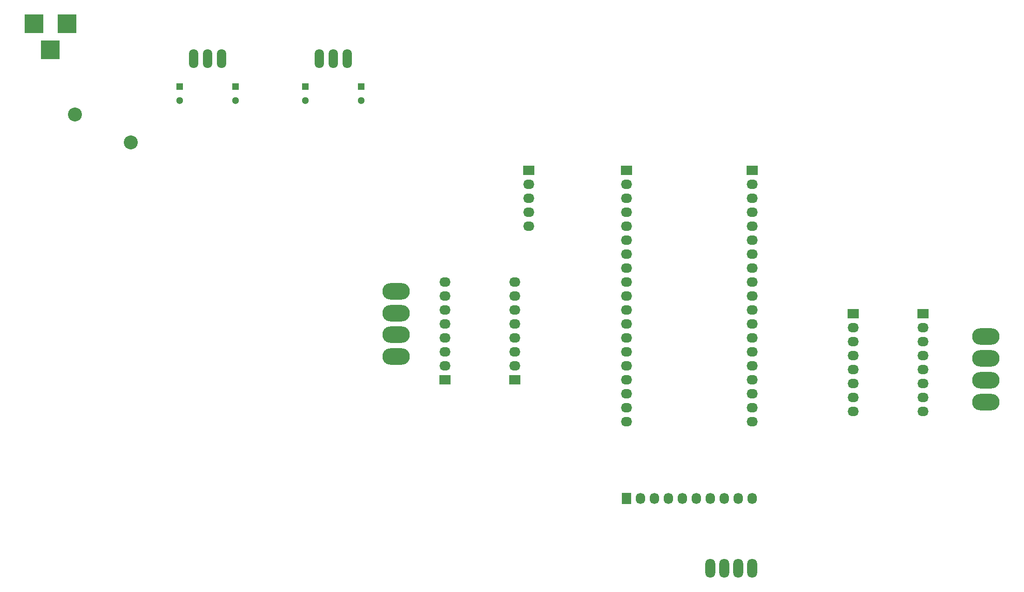
<source format=gbr>
G04 #@! TF.FileFunction,Copper,L1,Top,Signal*
%FSLAX46Y46*%
G04 Gerber Fmt 4.6, Leading zero omitted, Abs format (unit mm)*
G04 Created by KiCad (PCBNEW 4.0.2+dfsg1-stable) date mar 04 jul 2017 13:38:56 COT*
%MOMM*%
G01*
G04 APERTURE LIST*
%ADD10C,0.100000*%
%ADD11O,1.699260X3.500120*%
%ADD12R,1.300000X1.300000*%
%ADD13C,1.300000*%
%ADD14R,3.500120X3.500120*%
%ADD15R,2.032000X1.727200*%
%ADD16O,2.032000X1.727200*%
%ADD17O,5.001260X2.999740*%
%ADD18R,1.727200X2.032000*%
%ADD19O,1.727200X2.032000*%
%ADD20O,1.800860X3.500120*%
%ADD21C,2.540000*%
G04 APERTURE END LIST*
D10*
D11*
X54610000Y-40640000D03*
X52070000Y-40640000D03*
X57150000Y-40640000D03*
D12*
X72390000Y-45720000D03*
D13*
X72390000Y-48220000D03*
D12*
X82550000Y-45720000D03*
D13*
X82550000Y-48220000D03*
D12*
X49530000Y-45720000D03*
D13*
X49530000Y-48220000D03*
D12*
X59690000Y-45720000D03*
D13*
X59690000Y-48220000D03*
D14*
X29060140Y-34290000D03*
X23060660Y-34290000D03*
X26060400Y-38989000D03*
D15*
X130810000Y-60960000D03*
D16*
X130810000Y-63500000D03*
X130810000Y-66040000D03*
X130810000Y-68580000D03*
X130810000Y-71120000D03*
X130810000Y-73660000D03*
X130810000Y-76200000D03*
X130810000Y-78740000D03*
X130810000Y-81280000D03*
X130810000Y-83820000D03*
X130810000Y-86360000D03*
X130810000Y-88900000D03*
X130810000Y-91440000D03*
X130810000Y-93980000D03*
X130810000Y-96520000D03*
X130810000Y-99060000D03*
X130810000Y-101600000D03*
X130810000Y-104140000D03*
X130810000Y-106680000D03*
D15*
X153670000Y-60960000D03*
D16*
X153670000Y-63500000D03*
X153670000Y-66040000D03*
X153670000Y-68580000D03*
X153670000Y-71120000D03*
X153670000Y-73660000D03*
X153670000Y-76200000D03*
X153670000Y-78740000D03*
X153670000Y-81280000D03*
X153670000Y-83820000D03*
X153670000Y-86360000D03*
X153670000Y-88900000D03*
X153670000Y-91440000D03*
X153670000Y-93980000D03*
X153670000Y-96520000D03*
X153670000Y-99060000D03*
X153670000Y-101600000D03*
X153670000Y-104140000D03*
X153670000Y-106680000D03*
D15*
X172085000Y-86995000D03*
D16*
X172085000Y-89535000D03*
X172085000Y-92075000D03*
X172085000Y-94615000D03*
X172085000Y-97155000D03*
X172085000Y-99695000D03*
X172085000Y-102235000D03*
X172085000Y-104775000D03*
D15*
X184785000Y-86995000D03*
D16*
X184785000Y-89535000D03*
X184785000Y-92075000D03*
X184785000Y-94615000D03*
X184785000Y-97155000D03*
X184785000Y-99695000D03*
X184785000Y-102235000D03*
X184785000Y-104775000D03*
D15*
X110490000Y-99060000D03*
D16*
X110490000Y-96520000D03*
X110490000Y-93980000D03*
X110490000Y-91440000D03*
X110490000Y-88900000D03*
X110490000Y-86360000D03*
X110490000Y-83820000D03*
X110490000Y-81280000D03*
D15*
X97790000Y-99060000D03*
D16*
X97790000Y-96520000D03*
X97790000Y-93980000D03*
X97790000Y-91440000D03*
X97790000Y-88900000D03*
X97790000Y-86360000D03*
X97790000Y-83820000D03*
X97790000Y-81280000D03*
D17*
X196215000Y-95173800D03*
X196215000Y-99136200D03*
X196215000Y-91213940D03*
X196215000Y-103096060D03*
X88900000Y-90881200D03*
X88900000Y-86918800D03*
X88900000Y-94841060D03*
X88900000Y-82958940D03*
D18*
X130810000Y-120650000D03*
D19*
X133350000Y-120650000D03*
X135890000Y-120650000D03*
X138430000Y-120650000D03*
X140970000Y-120650000D03*
X143510000Y-120650000D03*
X146050000Y-120650000D03*
X148590000Y-120650000D03*
X151130000Y-120650000D03*
X153670000Y-120650000D03*
D20*
X146050000Y-133350000D03*
X148590000Y-133350000D03*
X151130000Y-133350000D03*
X153670000Y-133350000D03*
D11*
X77470000Y-40640000D03*
X74930000Y-40640000D03*
X80010000Y-40640000D03*
D15*
X113030000Y-60960000D03*
D16*
X113030000Y-63500000D03*
X113030000Y-66040000D03*
X113030000Y-68580000D03*
X113030000Y-71120000D03*
D21*
X30480000Y-50800000D03*
X40640000Y-55880000D03*
M02*

</source>
